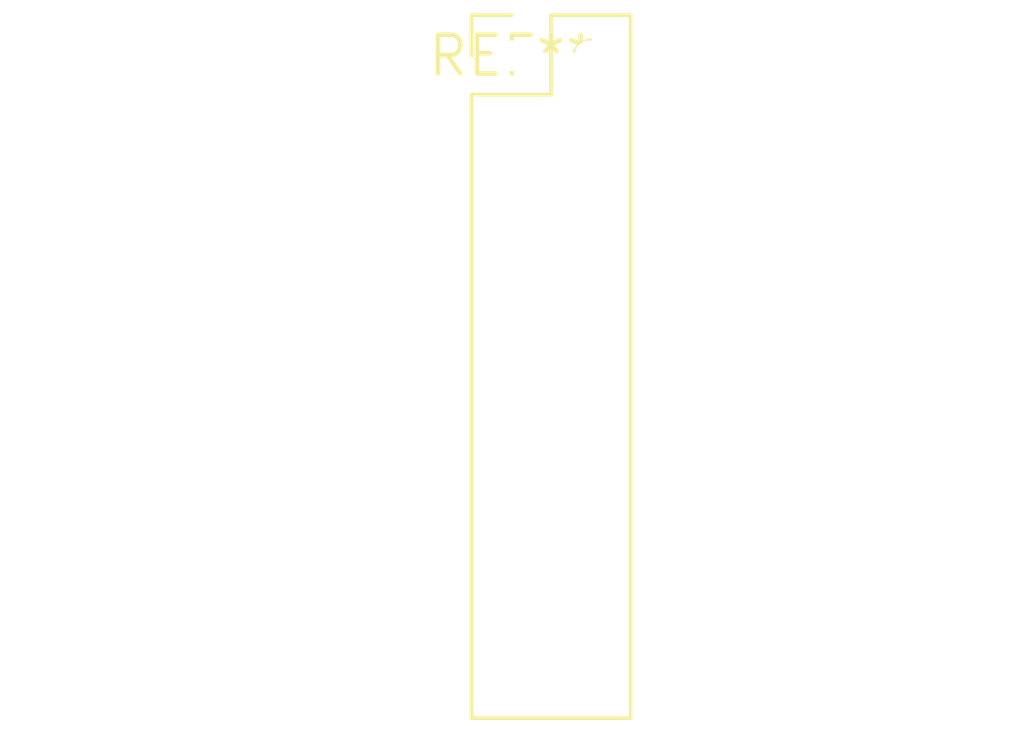
<source format=kicad_pcb>
(kicad_pcb (version 20240108) (generator pcbnew)
  (layers (0 "F.Cu" signal) (31 "B.Cu" signal) (34 "B.Paste" user) (35 "F.Paste" user) (36 "B.SilkS" user "B.Silkscreen") (37 "F.SilkS" user "F.Silkscreen") (38 "B.Mask" user) (39 "F.Mask" user) (44 "Edge.Cuts" user))
  (net 0 "")
  (footprint "PinHeader_2x09_P2.54mm_Vertical" (layer "F.Cu") (at 0 0)
    (property "Reference" "REF**")
    (property "Value" "PinHeader_2x09_P2.54mm_Vertical")
    (fp_line (start -1.33 -1.33) (end 0 -1.33) (layer "F.SilkS") (stroke (width 0.12)))
    (fp_line (start -1.33 0) (end -1.33 -1.33) (layer "F.SilkS") (stroke (width 0.12)))
    (fp_line (start -1.33 1.27) (end -1.33 21.65) (layer "F.SilkS") (stroke (width 0.12)))
    (fp_line (start -1.33 1.27) (end 1.27 1.27) (layer "F.SilkS") (stroke (width 0.12)))
    (fp_line (start -1.33 21.65) (end 3.87 21.65) (layer "F.SilkS") (stroke (width 0.12)))
    (fp_line (start 1.27 -1.33) (end 3.87 -1.33) (layer "F.SilkS") (stroke (width 0.12)))
    (fp_line (start 1.27 1.27) (end 1.27 -1.33) (layer "F.SilkS") (stroke (width 0.12)))
    (fp_line (start 3.87 -1.33) (end 3.87 21.65) (layer "F.SilkS") (stroke (width 0.12)))
    (pad "1" thru_hole rect (at 0 0) (size 1.7 1.7) (drill 1) (layers *.Cu *.Mask) (remove_unused_layers))
    (pad "2" thru_hole oval (at 2.54 0) (size 1.7 1.7) (drill 1) (layers *.Cu *.Mask) (remove_unused_layers))
    (pad "3" thru_hole oval (at 0 2.54) (size 1.7 1.7) (drill 1) (layers *.Cu *.Mask) (remove_unused_layers))
    (pad "4" thru_hole oval (at 2.54 2.54) (size 1.7 1.7) (drill 1) (layers *.Cu *.Mask) (remove_unused_layers))
    (pad "5" thru_hole oval (at 0 5.08) (size 1.7 1.7) (drill 1) (layers *.Cu *.Mask) (remove_unused_layers))
    (pad "6" thru_hole oval (at 2.54 5.08) (size 1.7 1.7) (drill 1) (layers *.Cu *.Mask) (remove_unused_layers))
    (pad "7" thru_hole oval (at 0 7.62) (size 1.7 1.7) (drill 1) (layers *.Cu *.Mask) (remove_unused_layers))
    (pad "8" thru_hole oval (at 2.54 7.62) (size 1.7 1.7) (drill 1) (layers *.Cu *.Mask) (remove_unused_layers))
    (pad "9" thru_hole oval (at 0 10.16) (size 1.7 1.7) (drill 1) (layers *.Cu *.Mask) (remove_unused_layers))
    (pad "10" thru_hole oval (at 2.54 10.16) (size 1.7 1.7) (drill 1) (layers *.Cu *.Mask) (remove_unused_layers))
    (pad "11" thru_hole oval (at 0 12.7) (size 1.7 1.7) (drill 1) (layers *.Cu *.Mask) (remove_unused_layers))
    (pad "12" thru_hole oval (at 2.54 12.7) (size 1.7 1.7) (drill 1) (layers *.Cu *.Mask) (remove_unused_layers))
    (pad "13" thru_hole oval (at 0 15.24) (size 1.7 1.7) (drill 1) (layers *.Cu *.Mask) (remove_unused_layers))
    (pad "14" thru_hole oval (at 2.54 15.24) (size 1.7 1.7) (drill 1) (layers *.Cu *.Mask) (remove_unused_layers))
    (pad "15" thru_hole oval (at 0 17.78) (size 1.7 1.7) (drill 1) (layers *.Cu *.Mask) (remove_unused_layers))
    (pad "16" thru_hole oval (at 2.54 17.78) (size 1.7 1.7) (drill 1) (layers *.Cu *.Mask) (remove_unused_layers))
    (pad "17" thru_hole oval (at 0 20.32) (size 1.7 1.7) (drill 1) (layers *.Cu *.Mask) (remove_unused_layers))
    (pad "18" thru_hole oval (at 2.54 20.32) (size 1.7 1.7) (drill 1) (layers *.Cu *.Mask) (remove_unused_layers))
  )
)
</source>
